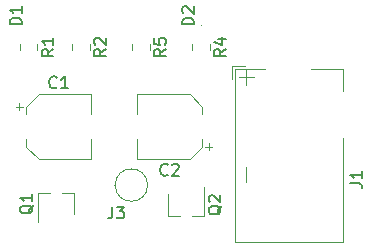
<source format=gbr>
%TF.GenerationSoftware,KiCad,Pcbnew,(5.1.10)-1*%
%TF.CreationDate,2021-09-02T17:40:54+03:00*%
%TF.ProjectId,Multivibrator,4d756c74-6976-4696-9272-61746f722e6b,rev?*%
%TF.SameCoordinates,Original*%
%TF.FileFunction,Legend,Top*%
%TF.FilePolarity,Positive*%
%FSLAX46Y46*%
G04 Gerber Fmt 4.6, Leading zero omitted, Abs format (unit mm)*
G04 Created by KiCad (PCBNEW (5.1.10)-1) date 2021-09-02 17:40:54*
%MOMM*%
%LPD*%
G01*
G04 APERTURE LIST*
%ADD10C,0.120000*%
%ADD11C,0.100000*%
%ADD12C,0.150000*%
G04 APERTURE END LIST*
D10*
X157480000Y-69850000D02*
X157480000Y-68580000D01*
X157480000Y-60325000D02*
X157480000Y-61595000D01*
X157480000Y-60960000D02*
X157480000Y-60325000D01*
X158115000Y-60960000D02*
X157480000Y-60960000D01*
X156845000Y-60960000D02*
X158115000Y-60960000D01*
%TO.C,J3*%
X146394500Y-70104000D02*
X146324500Y-70104000D01*
X149134500Y-70104000D02*
G75*
G03*
X149134500Y-70104000I-1370000J0D01*
G01*
%TO.C,C2*%
X154315500Y-67148500D02*
X154315500Y-66523500D01*
X154628000Y-66836000D02*
X154003000Y-66836000D01*
X153763000Y-63455437D02*
X152698563Y-62391000D01*
X153763000Y-66846563D02*
X152698563Y-67911000D01*
X153763000Y-66846563D02*
X153763000Y-66211000D01*
X153763000Y-63455437D02*
X153763000Y-64091000D01*
X152698563Y-62391000D02*
X148243000Y-62391000D01*
X152698563Y-67911000D02*
X148243000Y-67911000D01*
X148243000Y-67911000D02*
X148243000Y-66211000D01*
X148243000Y-62391000D02*
X148243000Y-64091000D01*
%TO.C,Q2*%
X151900000Y-72705000D02*
X150850000Y-72705000D01*
X150850000Y-72705000D02*
X150850000Y-70855000D01*
X153900000Y-72705000D02*
X152900000Y-72705000D01*
X153910000Y-72685000D02*
X153910000Y-70255000D01*
%TO.C,Q1*%
X141851000Y-70741500D02*
X142901000Y-70741500D01*
X142901000Y-70741500D02*
X142901000Y-72591500D01*
X139851000Y-70741500D02*
X140851000Y-70741500D01*
X139841000Y-70761500D02*
X139841000Y-73191500D01*
%TO.C,C1*%
X144365000Y-67911000D02*
X144365000Y-66211000D01*
X144365000Y-62391000D02*
X144365000Y-64091000D01*
X139909437Y-62391000D02*
X144365000Y-62391000D01*
X139909437Y-67911000D02*
X144365000Y-67911000D01*
X138845000Y-66846563D02*
X138845000Y-66211000D01*
X138845000Y-63455437D02*
X138845000Y-64091000D01*
X138845000Y-63455437D02*
X139909437Y-62391000D01*
X138845000Y-66846563D02*
X139909437Y-67911000D01*
X137980000Y-63466000D02*
X138605000Y-63466000D01*
X138292500Y-63153500D02*
X138292500Y-63778500D01*
%TO.C,J1*%
X157349500Y-60050500D02*
X156299500Y-60050500D01*
X156299500Y-61100500D02*
X156299500Y-60050500D01*
X165699500Y-66150500D02*
X165699500Y-74950500D01*
X165699500Y-74950500D02*
X156499500Y-74950500D01*
X162999500Y-60250500D02*
X165699500Y-60250500D01*
X165699500Y-60250500D02*
X165699500Y-62150500D01*
X156499500Y-74950500D02*
X156499500Y-60250500D01*
X156499500Y-60250500D02*
X159099500Y-60250500D01*
%TO.C,R4*%
X154405000Y-58192936D02*
X154405000Y-58647064D01*
X152935000Y-58192936D02*
X152935000Y-58647064D01*
%TO.C,R5*%
X149325000Y-58192936D02*
X149325000Y-58647064D01*
X147855000Y-58192936D02*
X147855000Y-58647064D01*
%TO.C,R2*%
X144245000Y-58192936D02*
X144245000Y-58647064D01*
X142775000Y-58192936D02*
X142775000Y-58647064D01*
%TO.C,R1*%
X139800000Y-58192936D02*
X139800000Y-58647064D01*
X138330000Y-58192936D02*
X138330000Y-58647064D01*
D11*
%TO.C,D2*%
X153720000Y-56613000D02*
G75*
G03*
X153720000Y-56613000I-50000J0D01*
G01*
%TO.C,D1*%
X139115000Y-56613000D02*
G75*
G03*
X139115000Y-56613000I-50000J0D01*
G01*
%TO.C,J3*%
D12*
X146161166Y-71926380D02*
X146161166Y-72640666D01*
X146113547Y-72783523D01*
X146018309Y-72878761D01*
X145875452Y-72926380D01*
X145780214Y-72926380D01*
X146542119Y-71926380D02*
X147161166Y-71926380D01*
X146827833Y-72307333D01*
X146970690Y-72307333D01*
X147065928Y-72354952D01*
X147113547Y-72402571D01*
X147161166Y-72497809D01*
X147161166Y-72735904D01*
X147113547Y-72831142D01*
X147065928Y-72878761D01*
X146970690Y-72926380D01*
X146684976Y-72926380D01*
X146589738Y-72878761D01*
X146542119Y-72831142D01*
%TO.C,C2*%
X150836333Y-69208142D02*
X150788714Y-69255761D01*
X150645857Y-69303380D01*
X150550619Y-69303380D01*
X150407761Y-69255761D01*
X150312523Y-69160523D01*
X150264904Y-69065285D01*
X150217285Y-68874809D01*
X150217285Y-68731952D01*
X150264904Y-68541476D01*
X150312523Y-68446238D01*
X150407761Y-68351000D01*
X150550619Y-68303380D01*
X150645857Y-68303380D01*
X150788714Y-68351000D01*
X150836333Y-68398619D01*
X151217285Y-68398619D02*
X151264904Y-68351000D01*
X151360142Y-68303380D01*
X151598238Y-68303380D01*
X151693476Y-68351000D01*
X151741095Y-68398619D01*
X151788714Y-68493857D01*
X151788714Y-68589095D01*
X151741095Y-68731952D01*
X151169666Y-69303380D01*
X151788714Y-69303380D01*
%TO.C,Q2*%
X155397619Y-71850238D02*
X155350000Y-71945476D01*
X155254761Y-72040714D01*
X155111904Y-72183571D01*
X155064285Y-72278809D01*
X155064285Y-72374047D01*
X155302380Y-72326428D02*
X155254761Y-72421666D01*
X155159523Y-72516904D01*
X154969047Y-72564523D01*
X154635714Y-72564523D01*
X154445238Y-72516904D01*
X154350000Y-72421666D01*
X154302380Y-72326428D01*
X154302380Y-72135952D01*
X154350000Y-72040714D01*
X154445238Y-71945476D01*
X154635714Y-71897857D01*
X154969047Y-71897857D01*
X155159523Y-71945476D01*
X155254761Y-72040714D01*
X155302380Y-72135952D01*
X155302380Y-72326428D01*
X154397619Y-71516904D02*
X154350000Y-71469285D01*
X154302380Y-71374047D01*
X154302380Y-71135952D01*
X154350000Y-71040714D01*
X154397619Y-70993095D01*
X154492857Y-70945476D01*
X154588095Y-70945476D01*
X154730952Y-70993095D01*
X155302380Y-71564523D01*
X155302380Y-70945476D01*
%TO.C,Q1*%
X139448619Y-71786738D02*
X139401000Y-71881976D01*
X139305761Y-71977214D01*
X139162904Y-72120071D01*
X139115285Y-72215309D01*
X139115285Y-72310547D01*
X139353380Y-72262928D02*
X139305761Y-72358166D01*
X139210523Y-72453404D01*
X139020047Y-72501023D01*
X138686714Y-72501023D01*
X138496238Y-72453404D01*
X138401000Y-72358166D01*
X138353380Y-72262928D01*
X138353380Y-72072452D01*
X138401000Y-71977214D01*
X138496238Y-71881976D01*
X138686714Y-71834357D01*
X139020047Y-71834357D01*
X139210523Y-71881976D01*
X139305761Y-71977214D01*
X139353380Y-72072452D01*
X139353380Y-72262928D01*
X139353380Y-70881976D02*
X139353380Y-71453404D01*
X139353380Y-71167690D02*
X138353380Y-71167690D01*
X138496238Y-71262928D01*
X138591476Y-71358166D01*
X138639095Y-71453404D01*
%TO.C,C1*%
X141438333Y-61808142D02*
X141390714Y-61855761D01*
X141247857Y-61903380D01*
X141152619Y-61903380D01*
X141009761Y-61855761D01*
X140914523Y-61760523D01*
X140866904Y-61665285D01*
X140819285Y-61474809D01*
X140819285Y-61331952D01*
X140866904Y-61141476D01*
X140914523Y-61046238D01*
X141009761Y-60951000D01*
X141152619Y-60903380D01*
X141247857Y-60903380D01*
X141390714Y-60951000D01*
X141438333Y-60998619D01*
X142390714Y-61903380D02*
X141819285Y-61903380D01*
X142105000Y-61903380D02*
X142105000Y-60903380D01*
X142009761Y-61046238D01*
X141914523Y-61141476D01*
X141819285Y-61189095D01*
%TO.C,J1*%
X166301880Y-69933833D02*
X167016166Y-69933833D01*
X167159023Y-69981452D01*
X167254261Y-70076690D01*
X167301880Y-70219547D01*
X167301880Y-70314785D01*
X167301880Y-68933833D02*
X167301880Y-69505261D01*
X167301880Y-69219547D02*
X166301880Y-69219547D01*
X166444738Y-69314785D01*
X166539976Y-69410023D01*
X166587595Y-69505261D01*
%TO.C,R4*%
X155772380Y-58586666D02*
X155296190Y-58920000D01*
X155772380Y-59158095D02*
X154772380Y-59158095D01*
X154772380Y-58777142D01*
X154820000Y-58681904D01*
X154867619Y-58634285D01*
X154962857Y-58586666D01*
X155105714Y-58586666D01*
X155200952Y-58634285D01*
X155248571Y-58681904D01*
X155296190Y-58777142D01*
X155296190Y-59158095D01*
X155105714Y-57729523D02*
X155772380Y-57729523D01*
X154724761Y-57967619D02*
X155439047Y-58205714D01*
X155439047Y-57586666D01*
%TO.C,R5*%
X150692380Y-58586666D02*
X150216190Y-58920000D01*
X150692380Y-59158095D02*
X149692380Y-59158095D01*
X149692380Y-58777142D01*
X149740000Y-58681904D01*
X149787619Y-58634285D01*
X149882857Y-58586666D01*
X150025714Y-58586666D01*
X150120952Y-58634285D01*
X150168571Y-58681904D01*
X150216190Y-58777142D01*
X150216190Y-59158095D01*
X149692380Y-57681904D02*
X149692380Y-58158095D01*
X150168571Y-58205714D01*
X150120952Y-58158095D01*
X150073333Y-58062857D01*
X150073333Y-57824761D01*
X150120952Y-57729523D01*
X150168571Y-57681904D01*
X150263809Y-57634285D01*
X150501904Y-57634285D01*
X150597142Y-57681904D01*
X150644761Y-57729523D01*
X150692380Y-57824761D01*
X150692380Y-58062857D01*
X150644761Y-58158095D01*
X150597142Y-58205714D01*
%TO.C,R2*%
X145612380Y-58586666D02*
X145136190Y-58920000D01*
X145612380Y-59158095D02*
X144612380Y-59158095D01*
X144612380Y-58777142D01*
X144660000Y-58681904D01*
X144707619Y-58634285D01*
X144802857Y-58586666D01*
X144945714Y-58586666D01*
X145040952Y-58634285D01*
X145088571Y-58681904D01*
X145136190Y-58777142D01*
X145136190Y-59158095D01*
X144707619Y-58205714D02*
X144660000Y-58158095D01*
X144612380Y-58062857D01*
X144612380Y-57824761D01*
X144660000Y-57729523D01*
X144707619Y-57681904D01*
X144802857Y-57634285D01*
X144898095Y-57634285D01*
X145040952Y-57681904D01*
X145612380Y-58253333D01*
X145612380Y-57634285D01*
%TO.C,R1*%
X141167380Y-58586666D02*
X140691190Y-58920000D01*
X141167380Y-59158095D02*
X140167380Y-59158095D01*
X140167380Y-58777142D01*
X140215000Y-58681904D01*
X140262619Y-58634285D01*
X140357857Y-58586666D01*
X140500714Y-58586666D01*
X140595952Y-58634285D01*
X140643571Y-58681904D01*
X140691190Y-58777142D01*
X140691190Y-59158095D01*
X141167380Y-57634285D02*
X141167380Y-58205714D01*
X141167380Y-57920000D02*
X140167380Y-57920000D01*
X140310238Y-58015238D01*
X140405476Y-58110476D01*
X140453095Y-58205714D01*
%TO.C,D2*%
X153072380Y-56491095D02*
X152072380Y-56491095D01*
X152072380Y-56253000D01*
X152120000Y-56110142D01*
X152215238Y-56014904D01*
X152310476Y-55967285D01*
X152500952Y-55919666D01*
X152643809Y-55919666D01*
X152834285Y-55967285D01*
X152929523Y-56014904D01*
X153024761Y-56110142D01*
X153072380Y-56253000D01*
X153072380Y-56491095D01*
X152167619Y-55538714D02*
X152120000Y-55491095D01*
X152072380Y-55395857D01*
X152072380Y-55157761D01*
X152120000Y-55062523D01*
X152167619Y-55014904D01*
X152262857Y-54967285D01*
X152358095Y-54967285D01*
X152500952Y-55014904D01*
X153072380Y-55586333D01*
X153072380Y-54967285D01*
%TO.C,D1*%
X138467380Y-56491095D02*
X137467380Y-56491095D01*
X137467380Y-56253000D01*
X137515000Y-56110142D01*
X137610238Y-56014904D01*
X137705476Y-55967285D01*
X137895952Y-55919666D01*
X138038809Y-55919666D01*
X138229285Y-55967285D01*
X138324523Y-56014904D01*
X138419761Y-56110142D01*
X138467380Y-56253000D01*
X138467380Y-56491095D01*
X138467380Y-54967285D02*
X138467380Y-55538714D01*
X138467380Y-55253000D02*
X137467380Y-55253000D01*
X137610238Y-55348238D01*
X137705476Y-55443476D01*
X137753095Y-55538714D01*
%TD*%
M02*

</source>
